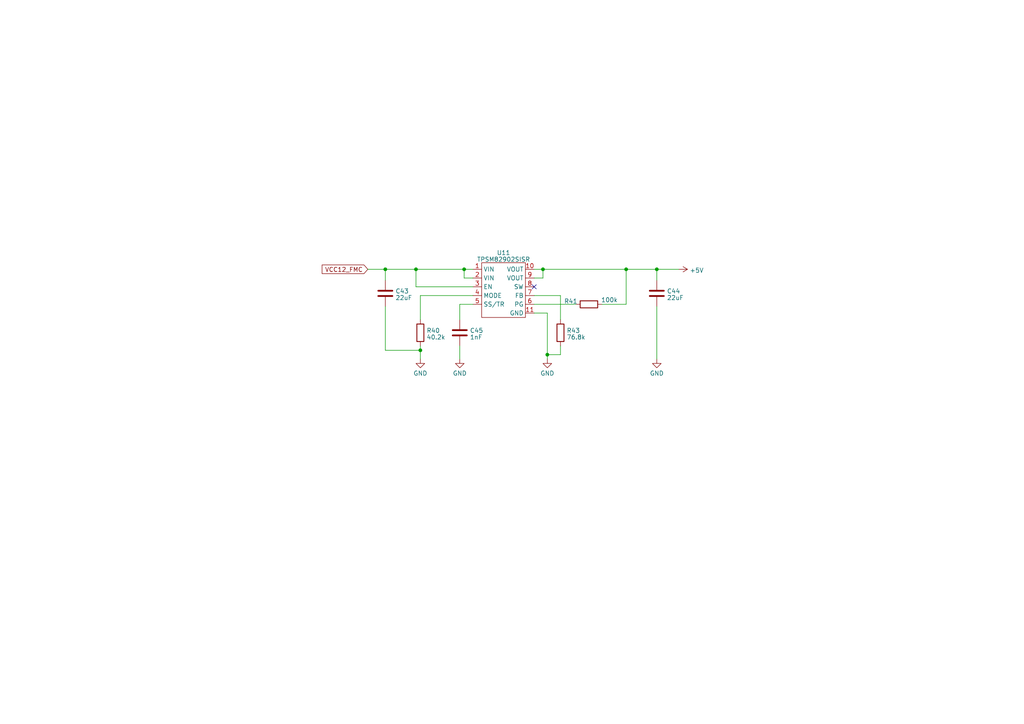
<source format=kicad_sch>
(kicad_sch (version 20230121) (generator eeschema)
  (paper "A4")
  (title_block (title "VincuLink FMC") (rev "1.0") (company "ApotheoTech LLC") (comment 1 "Author: Chance Reimer") (comment 2 "FMC for M.2 Key E") (comment 3 "Pi Hats, and Digilent PMOD connectors"))
  (lib_symbols
    (symbol "Device:C" (pin_numbers hide) (pin_names (offset 0.254))
      (property "Reference" "C" (at 0.635 2.54 0))
      (property "Value" "C" (at 0.635 -2.54 0))
      (symbol "C_0_1"
        (polyline (pts (xy -2.032 -0.762) (xy 2.032 -0.762)) (stroke (width 0.508)))
        (polyline (pts (xy -2.032 0.762) (xy 2.032 0.762)) (stroke (width 0.508)))
      )
      (symbol "C_1_1"
        (pin passive line (at 0 3.81 270) (length 2.794) (name "~") (number "1"))
        (pin passive line (at 0 -3.81 90) (length 2.794) (name "~") (number "2"))
      )
    )
    (symbol "Device:R" (pin_numbers hide) (pin_names (offset 0))
      (property "Reference" "R" (at 2.032 0 90))
      (property "Value" "R" (at 0 0 90))
      (symbol "R_0_1"
        (rectangle (start -1.016 -2.54) (end 1.016 2.54) (stroke (width 0.254)))
      )
      (symbol "R_1_1"
        (pin passive line (at 0 3.81 270) (length 1.27) (name "~") (number "1"))
        (pin passive line (at 0 -3.81 90) (length 1.27) (name "~") (number "2"))
      )
    )
    (symbol "pi_hat_lib:TPSM82902SISR"
      (property "Reference" "U" (at -5.08 10.16 0))
      (property "Value" "TPSM82902SISR" (at 1.905 8.255 0))
      (symbol "TPSM82902SISR_0_1"
        (rectangle (start -6.35 6.985) (end 6.35 -8.89))
      )
      (symbol "TPSM82902SISR_1_1"
        (pin power_in line (at -8.89 5.08 0) (length 2.54) (name "VIN") (number "1"))
        (pin power_out line (at 8.89 5.08 180) (length 2.54) (name "VOUT") (number "10"))
        (pin power_in line (at 8.89 -7.62 180) (length 2.54) (name "GND") (number "11"))
        (pin power_in line (at -8.89 2.54 0) (length 2.54) (name "VIN") (number "2"))
        (pin input line (at -8.89 0 0) (length 2.54) (name "EN") (number "3"))
        (pin input line (at -8.89 -2.54 0) (length 2.54) (name "MODE") (number "4"))
        (pin input line (at -8.89 -5.08 0) (length 2.54) (name "SS/TR") (number "5"))
        (pin input line (at 8.89 -5.08 180) (length 2.54) (name "PG") (number "6"))
        (pin input line (at 8.89 -2.54 180) (length 2.54) (name "FB") (number "7"))
        (pin input line (at 8.89 0 180) (length 2.54) (name "SW") (number "8"))
        (pin power_out line (at 8.89 2.54 180) (length 2.54) (name "VOUT") (number "9"))
      )
    )
    (symbol "power:+5V" (power) (pin_names (offset 0))
      (property "Value" "+5V" (at 0 3.556 0))
      (symbol "+5V_0_1"
        (polyline (pts (xy -0.762 1.27) (xy 0 2.54)))
        (polyline (pts (xy 0 0) (xy 0 2.54)))
        (polyline (pts (xy 0 2.54) (xy 0.762 1.27)))
      )
      (symbol "+5V_1_1"
        (pin power_in line (at 0 0 90) (length 0) hide (name "+5V") (number "1"))
      )
    )
    (symbol "power:GND" (power) (pin_names (offset 0))
      (property "Value" "GND" (at 0 -3.81 0))
      (symbol "GND_0_1"
        (polyline (pts (xy 0 0) (xy 0 -1.27) (xy 1.27 -1.27) (xy 0 -2.54) (xy -1.27 -1.27) (xy 0 -1.27)))
      )
      (symbol "GND_1_1"
        (pin power_in line (at 0 0 270) (length 0) hide (name "GND") (number "1"))
      )
    )
  )
  (junction (at 157.48 78.105))
  (junction (at 190.5 78.105))
  (junction (at 181.61 78.105))
  (junction (at 158.75 102.87))
  (junction (at 111.76 78.105))
  (junction (at 121.92 101.6))
  (junction (at 120.65 78.105))
  (junction (at 134.62 78.105))
  (no_connect (at 154.94 83.185))
  (wire (pts (xy 133.35 100.33) (xy 133.35 104.14)))
  (wire (pts (xy 120.65 83.185) (xy 120.65 78.105)))
  (wire (pts (xy 157.48 78.105) (xy 181.61 78.105)))
  (wire (pts (xy 137.16 80.645) (xy 134.62 80.645)))
  (wire (pts (xy 137.16 85.725) (xy 121.92 85.725)))
  (wire (pts (xy 120.65 78.105) (xy 134.62 78.105)))
  (wire (pts (xy 158.75 90.805) (xy 154.94 90.805)))
  (wire (pts (xy 134.62 78.105) (xy 137.16 78.105)))
  (wire (pts (xy 121.92 101.6) (xy 121.92 104.14)))
  (wire (pts (xy 120.65 78.105) (xy 111.76 78.105)))
  (wire (pts (xy 181.61 88.265) (xy 174.625 88.265)))
  (wire (pts (xy 121.92 100.33) (xy 121.92 101.6)))
  (wire (pts (xy 162.56 85.725) (xy 162.56 92.71)))
  (wire (pts (xy 181.61 78.105) (xy 181.61 88.265)))
  (wire (pts (xy 121.92 85.725) (xy 121.92 92.71)))
  (wire (pts (xy 154.94 80.645) (xy 157.48 80.645)))
  (wire (pts (xy 111.76 101.6) (xy 121.92 101.6)))
  (wire (pts (xy 154.94 85.725) (xy 162.56 85.725)))
  (wire (pts (xy 158.75 90.805) (xy 158.75 102.87)))
  (wire (pts (xy 106.68 78.105) (xy 111.76 78.105)))
  (wire (pts (xy 162.56 100.33) (xy 162.56 102.87)))
  (wire (pts (xy 190.5 78.105) (xy 190.5 81.28)))
  (wire (pts (xy 157.48 78.105) (xy 154.94 78.105)))
  (wire (pts (xy 111.76 88.9) (xy 111.76 101.6)))
  (wire (pts (xy 158.75 102.87) (xy 158.75 104.14)))
  (wire (pts (xy 157.48 80.645) (xy 157.48 78.105)))
  (wire (pts (xy 134.62 80.645) (xy 134.62 78.105)))
  (wire (pts (xy 154.94 88.265) (xy 167.005 88.265)))
  (wire (pts (xy 162.56 102.87) (xy 158.75 102.87)))
  (wire (pts (xy 111.76 78.105) (xy 111.76 81.28)))
  (wire (pts (xy 133.35 88.265) (xy 133.35 92.71)))
  (wire (pts (xy 137.16 88.265) (xy 133.35 88.265)))
  (wire (pts (xy 120.65 83.185) (xy 137.16 83.185)))
  (wire (pts (xy 181.61 78.105) (xy 190.5 78.105)))
  (wire (pts (xy 190.5 78.105) (xy 196.85 78.105)))
  (wire (pts (xy 190.5 88.9) (xy 190.5 104.14)))
  (global_label "VCC12_FMC" (shape input) (at 106.68 78.105 180) (property "Intersheetrefs" "${INTERSHEET_REFS}" (effects hide)))
  (symbol (lib_id "power:GND") (at 158.75 104.14 0) (unit 1)
    (property "Reference" "#PWR051" (effects hide))
    (property "Value" "GND" (at 158.75 108.2755 0))
  )
  (symbol (lib_id "Device:C") (at 190.5 85.09 0) (unit 1)
    (property "Reference" "C44" (at 193.421 84.4463 0) (effects (justify left)))
    (property "Value" "22uF" (at 193.421 86.3673 0) (effects (justify left)))
    (property "Footprint" "Capacitor_SMD:C_0805_2012Metric" (effects hide))
    (property "PartNumber" "C2012X5R1V226M125AC" (effects hide))
    (property "URL" "https://www.digikey.com/en/products/detail/tdk-corporation/C2012X5R1V226M125AC/3951664" (effects hide))
    (property "Voltage" "35V" (effects hide))
  )
  (symbol (lib_id "power:GND") (at 121.92 104.14 0) (unit 1)
    (property "Reference" "#PWR01" (effects hide))
    (property "Value" "GND" (at 121.92 108.2755 0))
  )
  (symbol (lib_id "Device:C") (at 111.76 85.09 0) (unit 1)
    (property "Reference" "C43" (at 114.681 84.4463 0) (effects (justify left)))
    (property "Value" "22uF" (at 114.681 86.3673 0) (effects (justify left)))
    (property "Footprint" "Capacitor_SMD:C_0805_2012Metric" (effects hide))
    (property "PartNumber" "C2012X5R1V226M125AC" (effects hide))
    (property "URL" "https://www.digikey.com/en/products/detail/tdk-corporation/C2012X5R1V226M125AC/3951664" (effects hide))
    (property "Voltage" "35V" (effects hide))
  )
  (symbol (lib_id "Device:R") (at 162.56 96.52 0) (unit 1)
    (property "Reference" "R43" (at 164.338 95.8763 0) (effects (justify left)))
    (property "Value" "76.8k" (at 164.338 97.7973 0) (effects (justify left)))
    (property "Footprint" "Resistor_SMD:R_0402_1005Metric" (effects hide))
    (property "PartNumber" "CRCW040276K8FKED" (effects hide))
    (property "URL" "https://www.digikey.com/en/products/detail/vishay-dale/CRCW040276K8FKED/1178222" (effects hide))
  )
  (symbol (lib_id "power:GND") (at 133.35 104.14 0) (unit 1)
    (property "Reference" "#PWR073" (effects hide))
    (property "Value" "GND" (at 133.35 108.2755 0))
  )
  (symbol (lib_id "power:+5V") (at 196.85 78.105 270) (unit 1)
    (property "Reference" "#PWR052" (effects hide))
    (property "Value" "+5V" (at 200.025 78.4218 90) (effects (justify left)))
  )
  (symbol (lib_id "power:GND") (at 190.5 104.14 0) (unit 1)
    (property "Reference" "#PWR053" (effects hide))
    (property "Value" "GND" (at 190.5 108.2755 0))
  )
  (symbol (lib_id "Device:C") (at 133.35 96.52 0) (unit 1)
    (property "Reference" "C45" (at 136.271 95.8763 0) (effects (justify left)))
    (property "Value" "1nF" (at 136.271 97.7973 0) (effects (justify left)))
    (property "Footprint" "Capacitor_SMD:C_0402_1005Metric" (effects hide))
    (property "PartNumber" "GRM155R61A102KA01D" (effects hide))
    (property "URL" "https://www.digikey.com/en/products/detail/murata-electronics/GRM155R61A102KA01D/2610839" (effects hide))
    (property "Voltage" "10V" (effects hide))
    (property "Tolerance" "+-10%" (effects hide))
  )
  (symbol (lib_id "pi_hat_lib:TPSM82902SISR") (at 146.05 83.185 0) (unit 1)
    (property "Reference" "U11" (at 146.05 73.3171 0))
    (property "Value" "TPSM82902SISR" (at 146.05 75.2381 0))
    (property "Footprint" "apotheotech_lib:TPSM82902SISR" (effects hide))
    (property "Datasheet" "https://www.mouser.com/ProductDetail/Texas-Instruments/TPSM82902SISR?qs=rQFj71Wb1eWQcrUb%252BLHBKg%3D%3D" (effects hide))
  )
  (symbol (lib_id "Device:R") (at 170.815 88.265 90) (unit 1)
    (property "Reference" "R41" (at 167.513 87.376 90) (effects (justify left)))
    (property "Value" "100k" (at 179.197 86.995 90) (effects (justify left)))
    (property "Footprint" "Resistor_SMD:R_0402_1005Metric" (effects hide))
    (property "PartNumber" "CRCW0402100KFKEDHP" (effects hide))
    (property "Tol" "1%" (effects hide))
    (property "Power" "1/5W" (effects hide))
    (instances (project "pi_hat" (path "" (reference "R41") (unit 1))) (project "APT-KRIA-FMC" (path "" (reference "R57") (unit 1))))
  )
  (symbol (lib_id "Device:R") (at 121.92 96.52 0) (unit 1)
    (property "Reference" "R40" (at 123.698 95.8763 0) (effects (justify left)))
    (property "Value" "40.2k" (at 123.698 97.7973 0) (effects (justify left)))
    (property "Footprint" "Resistor_SMD:R_0402_1005Metric" (effects hide))
    (property "PartNumber" "ERJ-2RKF4022X" (effects hide))
  )
)
</source>
